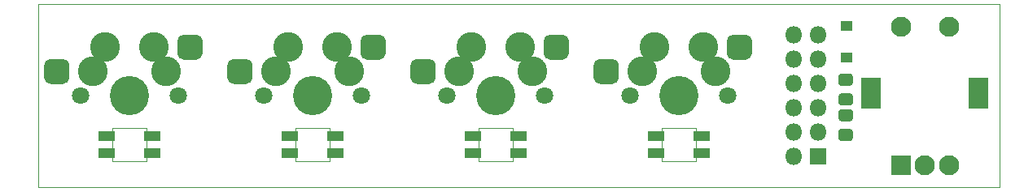
<source format=gbr>
%TF.GenerationSoftware,KiCad,Pcbnew,(5.1.6)-1*%
%TF.CreationDate,2020-11-05T08:07:17+01:00*%
%TF.ProjectId,DaPad4D,44615061-6434-4442-9e6b-696361645f70,v0.9*%
%TF.SameCoordinates,PX2d0e2e0PY4328bfc*%
%TF.FileFunction,Soldermask,Bot*%
%TF.FilePolarity,Negative*%
%FSLAX46Y46*%
G04 Gerber Fmt 4.6, Leading zero omitted, Abs format (unit mm)*
G04 Created by KiCad (PCBNEW (5.1.6)-1) date 2020-11-05 08:07:17*
%MOMM*%
%LPD*%
G01*
G04 APERTURE LIST*
%TA.AperFunction,Profile*%
%ADD10C,0.050000*%
%TD*%
%ADD11C,3.100000*%
%ADD12C,1.801800*%
%ADD13C,4.087800*%
%ADD14O,1.800000X1.800000*%
%ADD15R,1.800000X1.800000*%
%ADD16R,1.700000X1.100000*%
%ADD17R,1.300000X1.000000*%
%ADD18C,2.100000*%
%ADD19R,2.100000X3.300000*%
%ADD20R,2.100000X2.100000*%
G04 APERTURE END LIST*
D10*
X0Y-25000D02*
X0Y19075000D01*
X99999800Y-25000D02*
X0Y-25000D01*
X99999800Y19075400D02*
X99999800Y-25000D01*
X0Y19075000D02*
X100000000Y19075000D01*
%TO.C,D5*%
X30325000Y2695000D02*
X26825000Y2695000D01*
X26825000Y6195000D02*
X30325000Y6195000D01*
X30325000Y6195000D02*
X30325000Y2695000D01*
X26825000Y6195000D02*
X26825000Y2695000D01*
%TO.C,D4*%
X49375000Y2695000D02*
X45875000Y2695000D01*
X45875000Y6195000D02*
X49375000Y6195000D01*
X49375000Y6195000D02*
X49375000Y2695000D01*
X45875000Y6195000D02*
X45875000Y2695000D01*
%TO.C,D3*%
X68425000Y2695000D02*
X64925000Y2695000D01*
X64925000Y6195000D02*
X68425000Y6195000D01*
X68425000Y6195000D02*
X68425000Y2695000D01*
X64925000Y6195000D02*
X64925000Y2695000D01*
%TO.C,D6*%
X11275000Y2695000D02*
X7775000Y2695000D01*
X7775000Y6195000D02*
X11275000Y6195000D01*
X11275000Y6195000D02*
X11275000Y2695000D01*
X7775000Y6195000D02*
X7775000Y2695000D01*
%TD*%
D11*
%TO.C,SW4*%
X70485000Y12065000D03*
X64135000Y14605000D03*
X62865000Y12065000D03*
X69215000Y14605000D03*
D12*
X71755000Y9525000D03*
X61595000Y9525000D03*
D13*
X66675000Y9525000D03*
G36*
G01*
X74290000Y15255000D02*
X74290000Y13955000D01*
G75*
G02*
X73640000Y13305000I-650000J0D01*
G01*
X72290000Y13305000D01*
G75*
G02*
X71640000Y13955000I0J650000D01*
G01*
X71640000Y15255000D01*
G75*
G02*
X72290000Y15905000I650000J0D01*
G01*
X73640000Y15905000D01*
G75*
G02*
X74290000Y15255000I0J-650000D01*
G01*
G37*
G36*
G01*
X60440000Y12715000D02*
X60440000Y11415000D01*
G75*
G02*
X59790000Y10765000I-650000J0D01*
G01*
X58440000Y10765000D01*
G75*
G02*
X57790000Y11415000I0J650000D01*
G01*
X57790000Y12715000D01*
G75*
G02*
X58440000Y13365000I650000J0D01*
G01*
X59790000Y13365000D01*
G75*
G02*
X60440000Y12715000I0J-650000D01*
G01*
G37*
%TD*%
D11*
%TO.C,SW3*%
X51435000Y12065000D03*
X45085000Y14605000D03*
X43815000Y12065000D03*
X50165000Y14605000D03*
D12*
X52705000Y9525000D03*
X42545000Y9525000D03*
D13*
X47625000Y9525000D03*
G36*
G01*
X55240000Y15255000D02*
X55240000Y13955000D01*
G75*
G02*
X54590000Y13305000I-650000J0D01*
G01*
X53240000Y13305000D01*
G75*
G02*
X52590000Y13955000I0J650000D01*
G01*
X52590000Y15255000D01*
G75*
G02*
X53240000Y15905000I650000J0D01*
G01*
X54590000Y15905000D01*
G75*
G02*
X55240000Y15255000I0J-650000D01*
G01*
G37*
G36*
G01*
X41390000Y12715000D02*
X41390000Y11415000D01*
G75*
G02*
X40740000Y10765000I-650000J0D01*
G01*
X39390000Y10765000D01*
G75*
G02*
X38740000Y11415000I0J650000D01*
G01*
X38740000Y12715000D01*
G75*
G02*
X39390000Y13365000I650000J0D01*
G01*
X40740000Y13365000D01*
G75*
G02*
X41390000Y12715000I0J-650000D01*
G01*
G37*
%TD*%
D11*
%TO.C,SW2*%
X32385000Y12065000D03*
X26035000Y14605000D03*
X24765000Y12065000D03*
X31115000Y14605000D03*
D12*
X33655000Y9525000D03*
X23495000Y9525000D03*
D13*
X28575000Y9525000D03*
G36*
G01*
X36190000Y15255000D02*
X36190000Y13955000D01*
G75*
G02*
X35540000Y13305000I-650000J0D01*
G01*
X34190000Y13305000D01*
G75*
G02*
X33540000Y13955000I0J650000D01*
G01*
X33540000Y15255000D01*
G75*
G02*
X34190000Y15905000I650000J0D01*
G01*
X35540000Y15905000D01*
G75*
G02*
X36190000Y15255000I0J-650000D01*
G01*
G37*
G36*
G01*
X22340000Y12715000D02*
X22340000Y11415000D01*
G75*
G02*
X21690000Y10765000I-650000J0D01*
G01*
X20340000Y10765000D01*
G75*
G02*
X19690000Y11415000I0J650000D01*
G01*
X19690000Y12715000D01*
G75*
G02*
X20340000Y13365000I650000J0D01*
G01*
X21690000Y13365000D01*
G75*
G02*
X22340000Y12715000I0J-650000D01*
G01*
G37*
%TD*%
D11*
%TO.C,SW1*%
X13335000Y12065000D03*
X6985000Y14605000D03*
X5715000Y12065000D03*
X12065000Y14605000D03*
D12*
X14605000Y9525000D03*
X4445000Y9525000D03*
D13*
X9525000Y9525000D03*
G36*
G01*
X17140000Y15255000D02*
X17140000Y13955000D01*
G75*
G02*
X16490000Y13305000I-650000J0D01*
G01*
X15140000Y13305000D01*
G75*
G02*
X14490000Y13955000I0J650000D01*
G01*
X14490000Y15255000D01*
G75*
G02*
X15140000Y15905000I650000J0D01*
G01*
X16490000Y15905000D01*
G75*
G02*
X17140000Y15255000I0J-650000D01*
G01*
G37*
G36*
G01*
X3290000Y12715000D02*
X3290000Y11415000D01*
G75*
G02*
X2640000Y10765000I-650000J0D01*
G01*
X1290000Y10765000D01*
G75*
G02*
X640000Y11415000I0J650000D01*
G01*
X640000Y12715000D01*
G75*
G02*
X1290000Y13365000I650000J0D01*
G01*
X2640000Y13365000D01*
G75*
G02*
X3290000Y12715000I0J-650000D01*
G01*
G37*
%TD*%
D14*
%TO.C,J1*%
X78625700Y15862300D03*
X81165700Y15862300D03*
X78625700Y13322300D03*
X81165700Y13322300D03*
X78625700Y10782300D03*
X81165700Y10782300D03*
X78625700Y8242300D03*
X81165700Y8242300D03*
X78625700Y5702300D03*
X81165700Y5702300D03*
X78625700Y3162300D03*
D15*
X81165700Y3162300D03*
%TD*%
%TO.C,C2*%
G36*
G01*
X84501462Y10572700D02*
X83544938Y10572700D01*
G75*
G02*
X83273200Y10844438I0J271738D01*
G01*
X83273200Y11550962D01*
G75*
G02*
X83544938Y11822700I271738J0D01*
G01*
X84501462Y11822700D01*
G75*
G02*
X84773200Y11550962I0J-271738D01*
G01*
X84773200Y10844438D01*
G75*
G02*
X84501462Y10572700I-271738J0D01*
G01*
G37*
G36*
G01*
X84501462Y8522700D02*
X83544938Y8522700D01*
G75*
G02*
X83273200Y8794438I0J271738D01*
G01*
X83273200Y9500962D01*
G75*
G02*
X83544938Y9772700I271738J0D01*
G01*
X84501462Y9772700D01*
G75*
G02*
X84773200Y9500962I0J-271738D01*
G01*
X84773200Y8794438D01*
G75*
G02*
X84501462Y8522700I-271738J0D01*
G01*
G37*
%TD*%
%TO.C,C1*%
G36*
G01*
X84501462Y6864300D02*
X83544938Y6864300D01*
G75*
G02*
X83273200Y7136038I0J271738D01*
G01*
X83273200Y7842562D01*
G75*
G02*
X83544938Y8114300I271738J0D01*
G01*
X84501462Y8114300D01*
G75*
G02*
X84773200Y7842562I0J-271738D01*
G01*
X84773200Y7136038D01*
G75*
G02*
X84501462Y6864300I-271738J0D01*
G01*
G37*
G36*
G01*
X84501462Y4814300D02*
X83544938Y4814300D01*
G75*
G02*
X83273200Y5086038I0J271738D01*
G01*
X83273200Y5792562D01*
G75*
G02*
X83544938Y6064300I271738J0D01*
G01*
X84501462Y6064300D01*
G75*
G02*
X84773200Y5792562I0J-271738D01*
G01*
X84773200Y5086038D01*
G75*
G02*
X84501462Y4814300I-271738J0D01*
G01*
G37*
%TD*%
D16*
%TO.C,D5*%
X30975000Y3570000D03*
X30975000Y5320000D03*
X26175000Y5320000D03*
X26175000Y3570000D03*
%TD*%
%TO.C,D4*%
X50025000Y3570000D03*
X50025000Y5320000D03*
X45225000Y5320000D03*
X45225000Y3570000D03*
%TD*%
%TO.C,D3*%
X69075000Y3570000D03*
X69075000Y5320000D03*
X64275000Y5320000D03*
X64275000Y3570000D03*
%TD*%
%TO.C,D6*%
X11925000Y3570000D03*
X11925000Y5320000D03*
X7125000Y5320000D03*
X7125000Y3570000D03*
%TD*%
D17*
%TO.C,D2*%
X84099400Y13501100D03*
X84099400Y16801100D03*
%TD*%
D18*
%TO.C,SW5*%
X94765500Y16775000D03*
X89765500Y16775000D03*
D19*
X97865500Y9775000D03*
X86665500Y9775000D03*
D18*
X94765500Y2275000D03*
X92265500Y2275000D03*
D20*
X89765500Y2275000D03*
%TD*%
M02*

</source>
